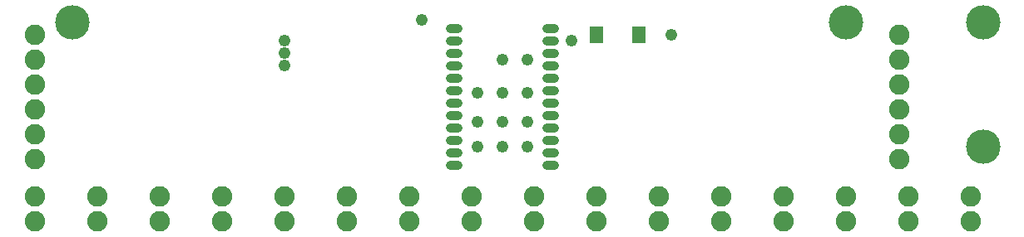
<source format=gts>
G75*
G70*
%OFA0B0*%
%FSLAX24Y24*%
%IPPOS*%
%LPD*%
%AMOC8*
5,1,8,0,0,1.08239X$1,22.5*
%
%ADD10C,0.0380*%
%ADD11C,0.0820*%
%ADD12R,0.0580X0.0659*%
%ADD13C,0.1380*%
%ADD14C,0.0490*%
D10*
X018305Y003905D02*
X018605Y003905D01*
X018605Y004405D02*
X018305Y004405D01*
X018305Y004905D02*
X018605Y004905D01*
X018605Y005405D02*
X018305Y005405D01*
X018305Y005905D02*
X018605Y005905D01*
X018605Y006405D02*
X018305Y006405D01*
X018305Y006905D02*
X018605Y006905D01*
X018605Y007405D02*
X018305Y007405D01*
X018305Y007905D02*
X018605Y007905D01*
X018605Y008405D02*
X018305Y008405D01*
X018305Y008905D02*
X018605Y008905D01*
X018605Y009405D02*
X018305Y009405D01*
X022155Y009405D02*
X022455Y009405D01*
X022455Y008905D02*
X022155Y008905D01*
X022155Y008405D02*
X022455Y008405D01*
X022455Y007905D02*
X022155Y007905D01*
X022155Y007405D02*
X022455Y007405D01*
X022455Y006905D02*
X022155Y006905D01*
X022155Y006405D02*
X022455Y006405D01*
X022455Y005905D02*
X022155Y005905D01*
X022155Y005405D02*
X022455Y005405D01*
X022455Y004905D02*
X022155Y004905D01*
X022155Y004405D02*
X022455Y004405D01*
X022455Y003905D02*
X022155Y003905D01*
D11*
X001655Y001655D03*
X004155Y001655D03*
X006655Y001655D03*
X009155Y001655D03*
X011655Y001655D03*
X014155Y001655D03*
X016655Y001655D03*
X019155Y001655D03*
X021655Y001655D03*
X024155Y001655D03*
X026655Y001655D03*
X029155Y001655D03*
X031655Y001655D03*
X034155Y001655D03*
X036655Y001655D03*
X039155Y001655D03*
X039155Y002655D03*
X036655Y002655D03*
X034155Y002655D03*
X031655Y002655D03*
X029155Y002655D03*
X026655Y002655D03*
X024155Y002655D03*
X021655Y002655D03*
X019155Y002655D03*
X016655Y002655D03*
X014155Y002655D03*
X011655Y002655D03*
X009155Y002655D03*
X006655Y002655D03*
X004155Y002655D03*
X001655Y002655D03*
X001655Y004155D03*
X001655Y005155D03*
X001655Y006155D03*
X001655Y007155D03*
X001655Y008155D03*
X001655Y009155D03*
X036295Y009155D03*
X036295Y008155D03*
X036295Y007155D03*
X036295Y006155D03*
X036295Y005155D03*
X036295Y004155D03*
D12*
X025852Y009155D03*
X024159Y009155D03*
D13*
X034155Y009655D03*
X039655Y009655D03*
X039655Y004655D03*
X003155Y009655D03*
D14*
X011655Y008905D03*
X011655Y008405D03*
X011655Y007905D03*
X017155Y009755D03*
X020405Y008155D03*
X021405Y008155D03*
X023155Y008905D03*
X027155Y009155D03*
X021405Y006805D03*
X020405Y006805D03*
X019405Y006805D03*
X019405Y005655D03*
X020405Y005655D03*
X021405Y005655D03*
X021405Y004655D03*
X020405Y004655D03*
X019405Y004655D03*
M02*

</source>
